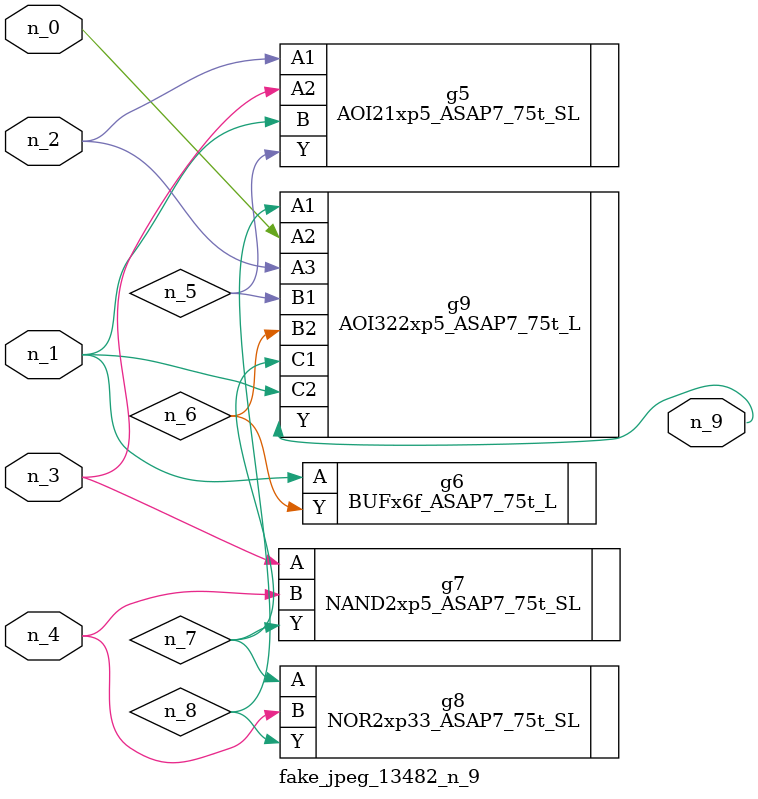
<source format=v>
module fake_jpeg_13482_n_9 (n_3, n_2, n_1, n_0, n_4, n_9);

input n_3;
input n_2;
input n_1;
input n_0;
input n_4;

output n_9;

wire n_8;
wire n_6;
wire n_5;
wire n_7;

AOI21xp5_ASAP7_75t_SL g5 ( 
.A1(n_2),
.A2(n_3),
.B(n_1),
.Y(n_5)
);

BUFx6f_ASAP7_75t_L g6 ( 
.A(n_1),
.Y(n_6)
);

NAND2xp5_ASAP7_75t_SL g7 ( 
.A(n_3),
.B(n_4),
.Y(n_7)
);

NOR2xp33_ASAP7_75t_SL g8 ( 
.A(n_7),
.B(n_4),
.Y(n_8)
);

AOI322xp5_ASAP7_75t_L g9 ( 
.A1(n_8),
.A2(n_0),
.A3(n_2),
.B1(n_5),
.B2(n_6),
.C1(n_7),
.C2(n_1),
.Y(n_9)
);


endmodule
</source>
